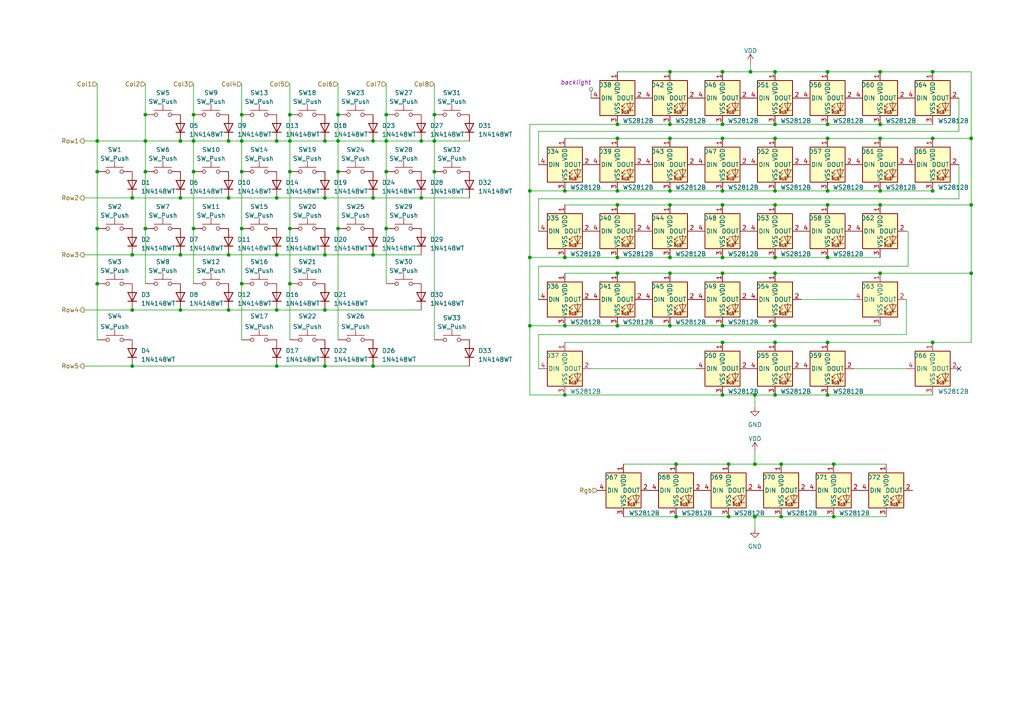
<source format=kicad_sch>
(kicad_sch (version 20230121) (generator eeschema)
  (paper "A4")
  (lib_symbols
    (symbol "Diode:1N4148WT" (pin_numbers hide) (pin_names hide)
      (property "Reference" "D" (at 0 2.54 0))
      (property "Value" "1N4148WT" (at 0 -2.54 0))
      (symbol "1N4148WT_1_1"
        (pin passive line (at -3.81 0 0) (length 2.54) (name "K") (number "1"))
        (pin passive line (at 3.81 0 180) (length 2.54) (name "A") (number "2"))
      )
    )
    (symbol "GND_1" (power) (pin_numbers hide) (pin_names (offset 0) hide)
      (property "Value" "GND_1" (at 0 -3.81 0))
      (symbol "GND_1_1_1"
        (pin power_in line (at 0 0 270) (length 0) hide (name "GND") (number "1"))
      )
    )
    (symbol "LED:WS2812B" (pin_names (offset 0.254))
      (property "Reference" "D" (at 5.08 5.715 0))
      (property "Value" "WS2812B" (at 1.27 -5.715 0))
      (symbol "WS2812B_0_0"
        (text "RGB" (at 2.286 -4.191 0) (effects (font (size 0.762 0.762))))
      )
      (symbol "WS2812B_1_1"
        (pin power_in line (at 0 7.62 270) (length 2.54) (name "VDD") (number "1"))
        (pin output line (at 7.62 0 180) (length 2.54) (name "DOUT") (number "2"))
        (pin power_in line (at 0 -7.62 90) (length 2.54) (name "VSS") (number "3"))
        (pin input line (at -7.62 0 0) (length 2.54) (name "DIN") (number "4"))
      )
    )
    (symbol "Switch:SW_Push" (pin_numbers hide) (pin_names (offset 1.016) hide)
      (property "Reference" "SW" (at 1.27 2.54 0))
      (property "Value" "SW_Push" (at 0 -1.524 0))
      (symbol "SW_Push_0_1"
        (pin passive line (at -5.08 0 0) (length 2.54) (name "1") (number "1"))
        (pin passive line (at 5.08 0 180) (length 2.54) (name "2") (number "2"))
      )
    )
    (symbol "VDD_1" (power) (pin_numbers hide) (pin_names (offset 0) hide)
      (property "Value" "VDD_1" (at 0 3.81 0))
      (symbol "VDD_1_1_1"
        (pin power_in line (at 0 0 90) (length 0) hide (name "VDD") (number "1"))
      )
    )
    (symbol "power:GND" (power) (pin_numbers hide) (pin_names (offset 0) hide)
      (property "Value" "GND" (at 0 -3.81 0))
      (symbol "GND_1_1"
        (pin power_in line (at 0 0 270) (length 0) hide (name "GND") (number "1"))
      )
    )
    (symbol "power:VDD" (power) (pin_numbers hide) (pin_names (offset 0) hide)
      (property "Value" "VDD" (at 0 3.81 0))
      (symbol "VDD_1_1"
        (pin power_in line (at 0 0 90) (length 0) hide (name "VDD") (number "1"))
      )
    )
  )
  (junction (at 194.31 59.436))
  (junction (at 209.55 55.372))
  (junction (at 38.354 89.916))
  (junction (at 42.164 33.274))
  (junction (at 217.678 20.828))
  (junction (at 153.67 55.372))
  (junction (at 70.104 33.274))
  (junction (at 84.074 66.294))
  (junction (at 209.55 94.488))
  (junction (at 255.27 79.248))
  (junction (at 108.204 73.914))
  (junction (at 196.088 134.62))
  (junction (at 194.31 79.248))
  (junction (at 163.83 55.372))
  (junction (at 153.67 74.676))
  (junction (at 218.948 149.86))
  (junction (at 224.79 40.132))
  (junction (at 80.264 57.404))
  (junction (at 42.164 66.294))
  (junction (at 56.134 40.894))
  (junction (at 241.808 134.62))
  (junction (at 209.55 20.828))
  (junction (at 56.134 49.784))
  (junction (at 94.234 40.894))
  (junction (at 163.83 114.554))
  (junction (at 42.164 49.784))
  (junction (at 66.294 57.404))
  (junction (at 125.984 33.274))
  (junction (at 108.204 40.894))
  (junction (at 224.79 36.068))
  (junction (at 255.27 36.068))
  (junction (at 194.31 40.132))
  (junction (at 28.194 82.296))
  (junction (at 163.83 94.488))
  (junction (at 84.074 49.784))
  (junction (at 194.31 74.676))
  (junction (at 42.164 40.894))
  (junction (at 70.104 49.784))
  (junction (at 179.07 59.436))
  (junction (at 70.104 66.294))
  (junction (at 98.044 40.894))
  (junction (at 94.234 106.172))
  (junction (at 84.074 40.894))
  (junction (at 194.31 20.828))
  (junction (at 122.174 57.404))
  (junction (at 179.07 55.372))
  (junction (at 66.294 89.916))
  (junction (at 56.134 33.274))
  (junction (at 125.984 40.894))
  (junction (at 211.328 134.62))
  (junction (at 226.568 149.86))
  (junction (at 240.03 36.068))
  (junction (at 224.79 74.676))
  (junction (at 240.03 59.436))
  (junction (at 70.104 40.894))
  (junction (at 108.204 57.404))
  (junction (at 224.79 114.554))
  (junction (at 281.686 40.132))
  (junction (at 240.03 20.828))
  (junction (at 224.79 59.436))
  (junction (at 56.134 66.294))
  (junction (at 80.264 106.172))
  (junction (at 112.014 66.294))
  (junction (at 179.07 79.248))
  (junction (at 28.194 40.894))
  (junction (at 255.27 59.436))
  (junction (at 226.568 134.62))
  (junction (at 38.354 57.404))
  (junction (at 270.51 20.828))
  (junction (at 153.67 94.488))
  (junction (at 194.31 94.488))
  (junction (at 80.264 89.916))
  (junction (at 224.79 94.488))
  (junction (at 112.014 33.274))
  (junction (at 179.07 74.676))
  (junction (at 52.324 73.914))
  (junction (at 70.104 82.296))
  (junction (at 240.03 74.676))
  (junction (at 194.31 55.372))
  (junction (at 179.07 40.132))
  (junction (at 240.03 55.372))
  (junction (at 194.31 36.068))
  (junction (at 209.55 99.314))
  (junction (at 98.044 49.784))
  (junction (at 80.264 40.894))
  (junction (at 281.686 59.436))
  (junction (at 240.03 99.314))
  (junction (at 209.55 36.068))
  (junction (at 270.51 99.314))
  (junction (at 84.074 33.274))
  (junction (at 270.51 55.372))
  (junction (at 28.194 66.294))
  (junction (at 108.204 106.172))
  (junction (at 66.294 73.914))
  (junction (at 218.948 114.554))
  (junction (at 52.324 57.404))
  (junction (at 224.79 79.248))
  (junction (at 179.07 94.488))
  (junction (at 211.328 149.86))
  (junction (at 94.234 73.914))
  (junction (at 94.234 57.404))
  (junction (at 38.354 73.914))
  (junction (at 224.79 55.372))
  (junction (at 218.948 134.62))
  (junction (at 224.79 99.314))
  (junction (at 80.264 73.914))
  (junction (at 66.294 40.894))
  (junction (at 163.83 74.676))
  (junction (at 209.55 79.248))
  (junction (at 98.044 33.274))
  (junction (at 112.014 40.894))
  (junction (at 38.354 106.172))
  (junction (at 281.686 79.248))
  (junction (at 255.27 55.372))
  (junction (at 255.27 40.132))
  (junction (at 240.03 40.132))
  (junction (at 196.088 149.86))
  (junction (at 28.194 49.784))
  (junction (at 112.014 49.784))
  (junction (at 224.79 20.828))
  (junction (at 125.984 49.784))
  (junction (at 84.074 82.296))
  (junction (at 52.324 40.894))
  (junction (at 209.55 114.554))
  (junction (at 94.234 89.916))
  (junction (at 240.03 114.554))
  (junction (at 98.044 66.294))
  (junction (at 209.55 74.676))
  (junction (at 179.07 36.068))
  (junction (at 209.55 59.436))
  (junction (at 122.174 40.894))
  (junction (at 52.324 89.916))
  (junction (at 241.808 149.86))
  (junction (at 270.51 40.132))
  (junction (at 255.27 20.828))
  (junction (at 209.55 40.132))
  (no_connect (at 278.13 106.934))
  (wire (pts (xy 84.074 82.296) (xy 84.074 98.552)))
  (wire (pts (xy 98.044 49.784) (xy 98.044 66.294)))
  (wire (pts (xy 38.354 57.404) (xy 52.324 57.404)))
  (wire (pts (xy 80.264 73.914) (xy 94.234 73.914)))
  (wire (pts (xy 218.948 149.86) (xy 218.948 153.416)))
  (wire (pts (xy 196.088 149.86) (xy 211.328 149.86)))
  (wire (pts (xy 153.67 36.068) (xy 153.67 55.372)))
  (wire (pts (xy 263.398 77.216) (xy 156.21 77.216)))
  (wire (pts (xy 153.67 94.488) (xy 153.67 114.554)))
  (wire (pts (xy 163.83 40.132) (xy 179.07 40.132)))
  (wire (pts (xy 28.194 40.894) (xy 42.164 40.894)))
  (wire (pts (xy 255.27 40.132) (xy 270.51 40.132)))
  (wire (pts (xy 278.13 38.1) (xy 156.21 38.1)))
  (wire (pts (xy 209.55 55.372) (xy 224.79 55.372)))
  (wire (pts (xy 28.194 66.294) (xy 28.194 82.296)))
  (wire (pts (xy 156.21 57.658) (xy 156.21 67.056)))
  (wire (pts (xy 179.07 55.372) (xy 194.31 55.372)))
  (wire (pts (xy 240.03 59.436) (xy 255.27 59.436)))
  (wire (pts (xy 281.686 20.828) (xy 281.686 40.132)))
  (wire (pts (xy 42.164 40.894) (xy 52.324 40.894)))
  (wire (pts (xy 163.83 94.488) (xy 179.07 94.488)))
  (wire (pts (xy 171.45 106.934) (xy 201.93 106.934)))
  (wire (pts (xy 56.134 49.784) (xy 56.134 66.294)))
  (wire (pts (xy 224.79 59.436) (xy 240.03 59.436)))
  (wire (pts (xy 66.294 73.914) (xy 80.264 73.914)))
  (wire (pts (xy 108.204 106.172) (xy 136.144 106.172)))
  (wire (pts (xy 180.848 134.62) (xy 196.088 134.62)))
  (wire (pts (xy 70.104 82.296) (xy 70.104 98.552)))
  (wire (pts (xy 262.89 97.028) (xy 156.21 97.028)))
  (wire (pts (xy 270.51 55.372) (xy 270.764 55.372)))
  (wire (pts (xy 240.03 40.132) (xy 255.27 40.132)))
  (wire (pts (xy 270.51 20.828) (xy 281.686 20.828)))
  (wire (pts (xy 209.55 79.248) (xy 224.79 79.248)))
  (wire (pts (xy 125.984 33.274) (xy 125.984 40.894)))
  (wire (pts (xy 153.67 55.372) (xy 153.67 74.676)))
  (wire (pts (xy 122.174 40.894) (xy 125.984 40.894)))
  (wire (pts (xy 179.07 36.068) (xy 194.31 36.068)))
  (wire (pts (xy 24.384 106.172) (xy 38.354 106.172)))
  (wire (pts (xy 153.67 74.676) (xy 153.67 94.488)))
  (wire (pts (xy 278.13 47.752) (xy 278.13 57.658)))
  (wire (pts (xy 196.088 134.62) (xy 211.328 134.62)))
  (wire (pts (xy 209.55 114.554) (xy 218.948 114.554)))
  (wire (pts (xy 209.55 40.132) (xy 224.79 40.132)))
  (wire (pts (xy 194.31 79.248) (xy 209.55 79.248)))
  (wire (pts (xy 125.984 40.894) (xy 125.984 49.784)))
  (wire (pts (xy 179.07 94.488) (xy 194.31 94.488)))
  (wire (pts (xy 98.044 24.384) (xy 98.044 33.274)))
  (wire (pts (xy 217.678 20.828) (xy 224.79 20.828)))
  (wire (pts (xy 217.678 18.288) (xy 217.678 20.828)))
  (wire (pts (xy 179.07 20.828) (xy 194.31 20.828)))
  (wire (pts (xy 156.21 77.216) (xy 156.21 86.868)))
  (wire (pts (xy 281.686 40.132) (xy 281.686 59.436)))
  (wire (pts (xy 255.27 59.436) (xy 281.686 59.436)))
  (wire (pts (xy 98.044 40.894) (xy 98.044 49.784)))
  (wire (pts (xy 224.79 40.132) (xy 240.03 40.132)))
  (wire (pts (xy 224.79 99.314) (xy 240.03 99.314)))
  (wire (pts (xy 163.83 55.372) (xy 179.07 55.372)))
  (wire (pts (xy 163.83 79.248) (xy 179.07 79.248)))
  (wire (pts (xy 209.55 20.828) (xy 217.678 20.828)))
  (wire (pts (xy 218.948 134.62) (xy 226.568 134.62)))
  (wire (pts (xy 66.294 57.404) (xy 80.264 57.404)))
  (wire (pts (xy 94.234 57.404) (xy 108.204 57.404)))
  (wire (pts (xy 194.31 40.132) (xy 209.55 40.132)))
  (wire (pts (xy 281.686 59.436) (xy 281.686 79.248)))
  (wire (pts (xy 255.27 20.828) (xy 270.51 20.828)))
  (wire (pts (xy 38.354 89.916) (xy 52.324 89.916)))
  (wire (pts (xy 241.808 134.62) (xy 257.048 134.62)))
  (wire (pts (xy 240.03 55.372) (xy 255.27 55.372)))
  (wire (pts (xy 70.104 24.384) (xy 70.104 33.274)))
  (wire (pts (xy 209.55 36.068) (xy 224.79 36.068)))
  (wire (pts (xy 94.234 40.894) (xy 98.044 40.894)))
  (wire (pts (xy 194.31 20.828) (xy 209.55 20.828)))
  (wire (pts (xy 281.686 79.248) (xy 281.686 99.314)))
  (wire (pts (xy 28.194 82.296) (xy 28.194 98.552)))
  (wire (pts (xy 84.074 40.894) (xy 94.234 40.894)))
  (wire (pts (xy 262.89 86.868) (xy 262.89 97.028)))
  (wire (pts (xy 218.948 149.86) (xy 226.568 149.86)))
  (wire (pts (xy 179.07 40.132) (xy 194.31 40.132)))
  (wire (pts (xy 211.328 134.62) (xy 218.948 134.62)))
  (wire (pts (xy 42.164 49.784) (xy 42.164 66.294)))
  (wire (pts (xy 56.134 66.294) (xy 56.134 82.296)))
  (wire (pts (xy 209.55 59.436) (xy 224.79 59.436)))
  (wire (pts (xy 80.264 57.404) (xy 94.234 57.404)))
  (wire (pts (xy 28.194 40.894) (xy 28.194 49.784)))
  (wire (pts (xy 112.014 24.384) (xy 112.014 33.274)))
  (wire (pts (xy 224.79 20.828) (xy 240.03 20.828)))
  (wire (pts (xy 224.79 36.068) (xy 240.03 36.068)))
  (wire (pts (xy 70.104 49.784) (xy 70.104 66.294)))
  (wire (pts (xy 42.164 66.294) (xy 42.164 82.296)))
  (wire (pts (xy 209.55 94.488) (xy 224.79 94.488)))
  (wire (pts (xy 98.044 40.894) (xy 108.204 40.894)))
  (wire (pts (xy 247.65 106.934) (xy 262.89 106.934)))
  (wire (pts (xy 179.07 74.676) (xy 194.31 74.676)))
  (wire (pts (xy 98.044 33.274) (xy 98.044 40.894)))
  (wire (pts (xy 156.21 97.028) (xy 156.21 106.934)))
  (wire (pts (xy 240.03 114.554) (xy 270.51 114.554)))
  (wire (pts (xy 278.13 28.448) (xy 278.13 38.1)))
  (wire (pts (xy 24.384 73.914) (xy 38.354 73.914)))
  (wire (pts (xy 211.328 149.86) (xy 218.948 149.86)))
  (wire (pts (xy 52.324 89.916) (xy 66.294 89.916)))
  (wire (pts (xy 94.234 106.172) (xy 108.204 106.172)))
  (wire (pts (xy 24.384 89.916) (xy 38.354 89.916)))
  (wire (pts (xy 42.164 33.274) (xy 42.164 40.894)))
  (wire (pts (xy 24.384 57.404) (xy 38.354 57.404)))
  (wire (pts (xy 240.03 99.314) (xy 270.51 99.314)))
  (wire (pts (xy 194.31 55.372) (xy 209.55 55.372)))
  (wire (pts (xy 84.074 66.294) (xy 84.074 82.296)))
  (wire (pts (xy 108.204 73.914) (xy 122.174 73.914)))
  (wire (pts (xy 42.164 40.894) (xy 42.164 49.784)))
  (wire (pts (xy 94.234 73.914) (xy 108.204 73.914)))
  (wire (pts (xy 163.83 55.372) (xy 153.67 55.372)))
  (wire (pts (xy 56.134 24.384) (xy 56.134 33.274)))
  (wire (pts (xy 224.79 74.676) (xy 240.03 74.676)))
  (wire (pts (xy 194.31 36.068) (xy 209.55 36.068)))
  (wire (pts (xy 70.104 66.294) (xy 70.104 82.296)))
  (wire (pts (xy 153.67 74.676) (xy 163.83 74.676)))
  (wire (pts (xy 80.264 40.894) (xy 84.074 40.894)))
  (wire (pts (xy 84.074 40.894) (xy 84.074 49.784)))
  (wire (pts (xy 255.27 55.372) (xy 270.51 55.372)))
  (wire (pts (xy 125.984 24.384) (xy 125.984 33.274)))
  (wire (pts (xy 179.07 79.248) (xy 194.31 79.248)))
  (wire (pts (xy 125.984 49.784) (xy 125.984 98.552)))
  (wire (pts (xy 163.83 114.554) (xy 209.55 114.554)))
  (wire (pts (xy 153.67 114.554) (xy 163.83 114.554)))
  (wire (pts (xy 70.104 40.894) (xy 70.104 49.784)))
  (wire (pts (xy 180.848 149.86) (xy 196.088 149.86)))
  (wire (pts (xy 112.014 40.894) (xy 122.174 40.894)))
  (wire (pts (xy 240.03 74.676) (xy 255.27 74.676)))
  (wire (pts (xy 28.194 49.784) (xy 28.194 66.294)))
  (wire (pts (xy 255.27 36.068) (xy 270.51 36.068)))
  (wire (pts (xy 56.134 40.894) (xy 66.294 40.894)))
  (wire (pts (xy 218.948 114.554) (xy 218.948 118.11)))
  (wire (pts (xy 70.104 33.274) (xy 70.104 40.894)))
  (wire (pts (xy 66.294 40.894) (xy 70.104 40.894)))
  (wire (pts (xy 240.03 20.828) (xy 255.27 20.828)))
  (wire (pts (xy 112.014 40.894) (xy 112.014 49.784)))
  (wire (pts (xy 156.21 38.1) (xy 156.21 47.752)))
  (wire (pts (xy 52.324 57.404) (xy 66.294 57.404)))
  (wire (pts (xy 84.074 33.274) (xy 84.074 40.894)))
  (wire (pts (xy 38.354 73.914) (xy 52.324 73.914)))
  (wire (pts (xy 56.134 40.894) (xy 56.134 49.784)))
  (wire (pts (xy 194.31 94.488) (xy 209.55 94.488)))
  (wire (pts (xy 224.79 79.248) (xy 255.27 79.248)))
  (wire (pts (xy 194.31 74.676) (xy 209.55 74.676)))
  (wire (pts (xy 241.808 149.86) (xy 257.048 149.86)))
  (wire (pts (xy 98.044 66.294) (xy 98.044 98.552)))
  (wire (pts (xy 112.014 33.274) (xy 112.014 40.894)))
  (wire (pts (xy 56.134 33.274) (xy 56.134 40.894)))
  (wire (pts (xy 218.948 130.81) (xy 218.948 134.62)))
  (wire (pts (xy 28.194 24.384) (xy 28.194 40.894)))
  (wire (pts (xy 224.79 114.554) (xy 240.03 114.554)))
  (wire (pts (xy 281.686 99.314) (xy 270.51 99.314)))
  (wire (pts (xy 70.104 40.894) (xy 80.264 40.894)))
  (wire (pts (xy 262.89 67.056) (xy 263.144 67.056)))
  (wire (pts (xy 80.264 89.916) (xy 94.234 89.916)))
  (wire (pts (xy 42.164 24.384) (xy 42.164 33.274)))
  (wire (pts (xy 52.324 40.894) (xy 56.134 40.894)))
  (wire (pts (xy 232.41 86.868) (xy 247.65 86.868)))
  (wire (pts (xy 255.27 79.248) (xy 281.686 79.248)))
  (wire (pts (xy 52.324 73.914) (xy 66.294 73.914)))
  (wire (pts (xy 153.67 94.488) (xy 163.83 94.488)))
  (wire (pts (xy 270.51 40.132) (xy 281.686 40.132)))
  (wire (pts (xy 194.31 59.436) (xy 209.55 59.436)))
  (wire (pts (xy 122.174 57.404) (xy 136.144 57.404)))
  (wire (pts (xy 224.79 94.488) (xy 255.27 94.488)))
  (wire (pts (xy 94.234 89.916) (xy 122.174 89.916)))
  (wire (pts (xy 209.55 99.314) (xy 224.79 99.314)))
  (wire (pts (xy 278.13 57.658) (xy 156.21 57.658)))
  (wire (pts (xy 226.568 134.62) (xy 241.808 134.62)))
  (wire (pts (xy 163.83 74.676) (xy 179.07 74.676)))
  (wire (pts (xy 224.79 55.372) (xy 240.03 55.372)))
  (wire (pts (xy 84.074 24.384) (xy 84.074 33.274)))
  (wire (pts (xy 163.83 59.436) (xy 179.07 59.436)))
  (wire (pts (xy 24.384 40.894) (xy 28.194 40.894)))
  (wire (pts (xy 108.204 57.404) (xy 122.174 57.404)))
  (wire (pts (xy 240.03 36.068) (xy 255.27 36.068)))
  (wire (pts (xy 263.398 67.056) (xy 263.398 77.216)))
  (wire (pts (xy 163.83 99.314) (xy 209.55 99.314)))
  (wire (pts (xy 209.55 74.676) (xy 224.79 74.676)))
  (wire (pts (xy 112.014 66.294) (xy 112.014 82.296)))
  (wire (pts (xy 80.264 106.172) (xy 94.234 106.172)))
  (wire (pts (xy 84.074 49.784) (xy 84.074 66.294)))
  (wire (pts (xy 179.07 59.436) (xy 194.31 59.436)))
  (wire (pts (xy 38.354 106.172) (xy 80.264 106.172)))
  (wire (pts (xy 125.984 40.894) (xy 136.144 40.894)))
  (wire (pts (xy 226.568 149.86) (xy 241.808 149.86)))
  (wire (pts (xy 112.014 49.784) (xy 112.014 66.294)))
  (wire (pts (xy 179.07 36.068) (xy 153.67 36.068)))
  (wire (pts (xy 66.294 89.916) (xy 80.264 89.916)))
  (wire (pts (xy 218.948 114.554) (xy 224.79 114.554)))
  (wire (pts (xy 108.204 40.894) (xy 112.014 40.894)))
  (hierarchical_label "Row2" (shape output) (at 24.384 57.404 180))
  (hierarchical_label "Col1" (shape input) (at 28.194 24.384 180))
  (hierarchical_label "Row4" (shape output) (at 24.384 89.916 180))
  (hierarchical_label "Col7" (shape input) (at 112.014 24.384 180))
  (hierarchical_label "Row1" (shape output) (at 24.384 40.894 180))
  (hierarchical_label "Col3" (shape input) (at 56.134 24.384 180))
  (hierarchical_label "Col8" (shape input) (at 125.984 24.384 180))
  (hierarchical_label "Row5" (shape output) (at 24.384 106.172 180))
  (hierarchical_label "Row3" (shape output) (at 24.384 73.914 180))
  (hierarchical_label "Col5" (shape input) (at 84.074 24.384 180))
  (hierarchical_label "Rgb" (shape input) (at 173.228 142.24 180))
  (hierarchical_label "Col4" (shape input) (at 70.104 24.384 180))
  (hierarchical_label "Col2" (shape input) (at 42.164 24.384 180))
  (hierarchical_label "Col6" (shape input) (at 98.044 24.384 180))
  (netclass_flag "" (length 2.54) (shape round) (at 171.45 28.448 0) (property "Netclass" "backlight" (at 171.45 23.876 0) (effects (font italic) (justify right))))
  (symbol (lib_id "Switch:SW_Push") (at 33.274 98.552 0) (unit 1)
    (property "Reference" "SW4" (at 33.274 91.694 0))
    (property "Value" "SW_Push" (at 33.274 94.742 0))
    (instances (project "hazzel_right" (path "" (reference "SW4") (unit 1)) (path "" (reference "SW29") (unit 1))) (project "hazzel_left" (path "" (reference "SW33") (unit 1))))
  )
  (symbol (lib_id "Switch:SW_Push") (at 47.244 49.784 0) (unit 1)
    (property "Reference" "SW6" (at 47.244 43.434 0))
    (property "Value" "SW_Push" (at 47.244 45.974 0))
    (instances (project "hazzel_right" (path "" (reference "SW6") (unit 1)) (path "" (reference "SW9") (unit 1))) (project "hazzel_left" (path "" (reference "SW10") (unit 1))))
  )
  (symbol (lib_id "Diode:1N4148WT") (at 66.294 53.594 90) (unit 1)
    (property "Reference" "D10" (at 68.834 52.959 90) (effects (justify right)))
    (property "Value" "1N4148WT" (at 68.834 55.499 90) (effects (justify right)))
    (property "Footprint" "Diode_SMD:D_SOD-523" (effects hide))
    (property "Datasheet" "https://www.diodes.com/assets/Datasheets/ds30396.pdf" (effects hide))
    (property "Sim.Device" "D" (effects hide))
    (property "Sim.Pins" "1=K 2=A" (effects hide))
    (instances (project "hazzel_right" (path "" (reference "D10") (unit 1)) (path "" (reference "D25") (unit 1))) (project "hazzel_left" (path "" (reference "D11") (unit 1))))
  )
  (symbol (lib_id "Switch:SW_Push") (at 89.154 33.274 0) (unit 1)
    (property "Reference" "SW18" (at 89.154 26.924 0))
    (property "Value" "SW_Push" (at 89.154 29.464 0))
    (instances (project "hazzel_right" (path "" (reference "SW18") (unit 1)) (path "" (reference "SW4") (unit 1))) (project "hazzel_left" (path "" (reference "SW5") (unit 1))))
  )
  (symbol (lib_id "Switch:SW_Push") (at 117.094 49.784 0) (unit 1)
    (property "Reference" "SW28" (at 117.094 43.434 0))
    (property "Value" "SW_Push" (at 117.094 45.974 0))
    (instances (project "hazzel_right" (path "" (reference "SW28") (unit 1)) (path "" (reference "SW14") (unit 1))) (project "hazzel_left" (path "" (reference "SW15") (unit 1))))
  )
  (symbol (lib_id "Diode:1N4148WT") (at 80.264 53.594 90) (unit 1)
    (property "Reference" "D14" (at 82.804 52.959 90) (effects (justify right)))
    (property "Value" "1N4148WT" (at 82.804 55.499 90) (effects (justify right)))
    (property "Footprint" "Diode_SMD:D_SOD-523" (effects hide))
    (property "Datasheet" "https://www.diodes.com/assets/Datasheets/ds30396.pdf" (effects hide))
    (property "Sim.Device" "D" (effects hide))
    (property "Sim.Pins" "1=K 2=A" (effects hide))
    (instances (project "hazzel_right" (path "" (reference "D14") (unit 1)) (path "" (reference "D26") (unit 1))) (project "hazzel_left" (path "" (reference "D12") (unit 1))))
  )
  (symbol (lib_id "Diode:1N4148WT") (at 136.144 37.084 90) (unit 1)
    (property "Reference" "D31" (at 138.684 36.449 90) (effects (justify right)))
    (property "Value" "1N4148WT" (at 138.684 38.989 90) (effects (justify right)))
    (property "Footprint" "Diode_SMD:D_SOD-523" (effects hide))
    (property "Datasheet" "https://www.diodes.com/assets/Datasheets/ds30396.pdf" (effects hide))
    (property "Sim.Device" "D" (effects hide))
    (property "Sim.Pins" "1=K 2=A" (effects hide))
    (instances (project "hazzel_right" (path "" (reference "D31") (unit 1)) (path "" (reference "D14") (unit 1))) (project "hazzel_left" (path "" (reference "D8") (unit 1))))
  )
  (symbol (lib_id "Switch:SW_Push") (at 61.214 82.296 0) (unit 1)
    (property "Reference" "SW12" (at 61.214 75.946 0))
    (property "Value" "SW_Push" (at 61.214 78.486 0))
    (instances (project "hazzel_right" (path "" (reference "SW12") (unit 1)) (path "" (reference "SW25") (unit 1))) (project "hazzel_left" (path "" (reference "SW27") (unit 1))))
  )
  (symbol (lib_id "LED:WS2812B") (at 194.31 28.448 0) (unit 1)
    (property "Reference" "D42" (at 190.754 24.638 0))
    (property "Value" "WS2812B" (at 195.834 35.052 0) (effects (justify left)))
    (property "Footprint" "LED_SMD:LED_WS2812B_PLCC4_5.0x5.0mm_P3.2mm" (effects hide))
    (property "Datasheet" "https://cdn-shop.adafruit.com/datasheets/WS2812B.pdf" (effects hide))
    (instances (project "hazzel_right" (path "" (reference "D42") (unit 1)) (path "" (reference "D2") (unit 1))) (project "hazzel_left" (path "" (reference "D3") (unit 1))))
  )
  (symbol (lib_name "GND_1") (lib_id "power:GND") (at 218.948 118.11 0) (unit 1)
    (property "Reference" "#PWR01" (effects hide))
    (property "Value" "GND" (at 218.948 123.19 0))
    (instances (project "hazzel_right" (path "" (reference "#PWR01") (unit 1)) (path "" (reference "#PWR02") (unit 1))) (project "hazzel_left" (path "" (reference "#PWR01") (unit 1))))
  )
  (symbol (lib_id "LED:WS2812B") (at 224.79 47.752 0) (unit 1)
    (property "Reference" "D52" (at 221.234 43.942 0))
    (property "Value" "WS2812B" (at 226.314 54.356 0) (effects (justify left)))
    (property "Footprint" "LED_SMD:LED_WS2812B_PLCC4_5.0x5.0mm_P3.2mm" (effects hide))
    (property "Datasheet" "https://cdn-shop.adafruit.com/datasheets/WS2812B.pdf" (effects hide))
    (instances (project "hazzel_right" (path "" (reference "D52") (unit 1)) (path "" (reference "D19") (unit 1))) (project "hazzel_left" (path "" (reference "D35") (unit 1))))
  )
  (symbol (lib_id "Diode:1N4148WT") (at 38.354 102.362 90) (unit 1)
    (property "Reference" "D4" (at 40.894 101.727 90) (effects (justify right)))
    (property "Value" "1N4148WT" (at 40.894 104.267 90) (effects (justify right)))
    (property "Footprint" "Diode_SMD:D_SOD-523" (effects hide))
    (property "Datasheet" "https://www.diodes.com/assets/Datasheets/ds30396.pdf" (effects hide))
    (property "Sim.Device" "D" (effects hide))
    (property "Sim.Pins" "1=K 2=A" (effects hide))
    (instances (project "hazzel_right" (path "" (reference "D4") (unit 1)) (path "" (reference "D57") (unit 1))) (project "hazzel_left" (path "" (reference "D33") (unit 1))))
  )
  (symbol (lib_id "LED:WS2812B") (at 209.55 47.752 0) (unit 1)
    (property "Reference" "D47" (at 205.994 43.942 0))
    (property "Value" "WS2812B" (at 211.074 54.356 0) (effects (justify left)))
    (property "Footprint" "LED_SMD:LED_WS2812B_PLCC4_5.0x5.0mm_P3.2mm" (effects hide))
    (property "Datasheet" "https://cdn-shop.adafruit.com/datasheets/WS2812B.pdf" (effects hide))
    (instances (project "hazzel_right" (path "" (reference "D47") (unit 1)) (path "" (reference "D18") (unit 1))) (project "hazzel_left" (path "" (reference "D34") (unit 1))))
  )
  (symbol (lib_id "LED:WS2812B") (at 179.07 47.752 0) (unit 1)
    (property "Reference" "D39" (at 175.514 43.942 0))
    (property "Value" "WS2812B" (at 180.594 54.356 0) (effects (justify left)))
    (property "Footprint" "LED_SMD:LED_WS2812B_PLCC4_5.0x5.0mm_P3.2mm" (effects hide))
    (property "Datasheet" "https://cdn-shop.adafruit.com/datasheets/WS2812B.pdf" (effects hide))
    (instances (project "hazzel_right" (path "" (reference "D39") (unit 1)) (path "" (reference "D16") (unit 1))) (project "hazzel_left" (path "" (reference "D30") (unit 1))))
  )
  (symbol (lib_id "LED:WS2812B") (at 255.27 28.448 0) (unit 1)
    (property "Reference" "D60" (at 251.714 24.638 0))
    (property "Value" "WS2812B" (at 256.794 35.052 0) (effects (justify left)))
    (property "Footprint" "LED_SMD:LED_WS2812B_PLCC4_5.0x5.0mm_P3.2mm" (effects hide))
    (property "Datasheet" "https://cdn-shop.adafruit.com/datasheets/WS2812B.pdf" (effects hide))
    (instances (project "hazzel_right" (path "" (reference "D60") (unit 1)) (path "" (reference "D6") (unit 1))) (project "hazzel_left" (path "" (reference "D7") (unit 1))))
  )
  (symbol (lib_id "LED:WS2812B") (at 255.27 47.752 0) (unit 1)
    (property "Reference" "D61" (at 251.714 43.942 0))
    (property "Value" "WS2812B" (at 256.794 54.356 0) (effects (justify left)))
    (property "Footprint" "LED_SMD:LED_WS2812B_PLCC4_5.0x5.0mm_P3.2mm" (effects hide))
    (property "Datasheet" "https://cdn-shop.adafruit.com/datasheets/WS2812B.pdf" (effects hide))
    (instances (project "hazzel_right" (path "" (reference "D61") (unit 1)) (path "" (reference "D21") (unit 1))) (project "hazzel_left" (path "" (reference "D41") (unit 1))))
  )
  (symbol (lib_id "Switch:SW_Push") (at 131.064 33.274 0) (unit 1)
    (property "Reference" "SW31" (at 131.064 26.924 0))
    (property "Value" "SW_Push" (at 131.064 29.464 0))
    (instances (project "hazzel_right" (path "" (reference "SW31") (unit 1)) (path "" (reference "SW7") (unit 1))) (project "hazzel_left" (path "" (reference "SW8") (unit 1))))
  )
  (symbol (lib_id "Diode:1N4148WT") (at 38.354 70.104 90) (unit 1)
    (property "Reference" "D2" (at 40.894 69.469 90) (effects (justify right)))
    (property "Value" "1N4148WT" (at 40.894 72.009 90) (effects (justify right)))
    (property "Footprint" "Diode_SMD:D_SOD-523" (effects hide))
    (property "Datasheet" "https://www.diodes.com/assets/Datasheets/ds30396.pdf" (effects hide))
    (property "Sim.Device" "D" (effects hide))
    (property "Sim.Pins" "1=K 2=A" (effects hide))
    (instances (project "hazzel_right" (path "" (reference "D2") (unit 1)) (path "" (reference "D38") (unit 1))) (project "hazzel_left" (path "" (reference "D17") (unit 1))))
  )
  (symbol (lib_id "LED:WS2812B") (at 179.07 86.868 0) (unit 1)
    (property "Reference" "D41" (at 175.514 83.058 0))
    (property "Value" "WS2812B" (at 180.594 93.472 0) (effects (justify left)))
    (property "Footprint" "LED_SMD:LED_WS2812B_PLCC4_5.0x5.0mm_P3.2mm" (effects hide))
    (property "Datasheet" "https://cdn-shop.adafruit.com/datasheets/WS2812B.pdf" (effects hide))
    (instances (project "hazzel_right" (path "" (reference "D41") (unit 1)) (path "" (reference "D52") (unit 1))) (project "hazzel_left" (path "" (reference "D52") (unit 1))))
  )
  (symbol (lib_id "LED:WS2812B") (at 240.03 28.448 0) (unit 1)
    (property "Reference" "D56" (at 236.474 24.638 0))
    (property "Value" "WS2812B" (at 241.554 35.052 0) (effects (justify left)))
    (property "Footprint" "LED_SMD:LED_WS2812B_PLCC4_5.0x5.0mm_P3.2mm" (effects hide))
    (property "Datasheet" "https://cdn-shop.adafruit.com/datasheets/WS2812B.pdf" (effects hide))
    (instances (project "hazzel_right" (path "" (reference "D56") (unit 1)) (path "" (reference "D5") (unit 1))) (project "hazzel_left" (path "" (reference "D6") (unit 1))))
  )
  (symbol (lib_id "Diode:1N4148WT") (at 122.174 70.104 90) (unit 1)
    (property "Reference" "D29" (at 124.714 69.469 90) (effects (justify right)))
    (property "Value" "1N4148WT" (at 124.714 72.009 90) (effects (justify right)))
    (property "Footprint" "Diode_SMD:D_SOD-523" (effects hide))
    (property "Datasheet" "https://www.diodes.com/assets/Datasheets/ds30396.pdf" (effects hide))
    (property "Sim.Device" "D" (effects hide))
    (property "Sim.Pins" "1=K 2=A" (effects hide))
    (instances (project "hazzel_right" (path "" (reference "D29") (unit 1)) (path "" (reference "D44") (unit 1))) (project "hazzel_left" (path "" (reference "D23") (unit 1))))
  )
  (symbol (lib_id "LED:WS2812B") (at 240.03 67.056 0) (unit 1)
    (property "Reference" "D58" (at 236.474 63.246 0))
    (property "Value" "WS2812B" (at 241.554 73.66 0) (effects (justify left)))
    (property "Footprint" "LED_SMD:LED_WS2812B_PLCC4_5.0x5.0mm_P3.2mm" (effects hide))
    (property "Datasheet" "https://cdn-shop.adafruit.com/datasheets/WS2812B.pdf" (effects hide))
    (instances (project "hazzel_right" (path "" (reference "D58") (unit 1)) (path "" (reference "D36") (unit 1))) (project "hazzel_left" (path "" (reference "D48") (unit 1))))
  )
  (symbol (lib_id "Diode:1N4148WT") (at 108.204 37.084 90) (unit 1)
    (property "Reference" "D23" (at 110.744 36.449 90) (effects (justify right)))
    (property "Value" "1N4148WT" (at 110.744 38.989 90) (effects (justify right)))
    (property "Footprint" "Diode_SMD:D_SOD-523" (effects hide))
    (property "Datasheet" "https://www.diodes.com/assets/Datasheets/ds30396.pdf" (effects hide))
    (property "Sim.Device" "D" (effects hide))
    (property "Sim.Pins" "1=K 2=A" (effects hide))
    (instances (project "hazzel_right" (path "" (reference "D23") (unit 1)) (path "" (reference "D12") (unit 1))) (project "hazzel_left" (path "" (reference "D6") (unit 1))))
  )
  (symbol (lib_id "Diode:1N4148WT") (at 66.294 86.106 90) (unit 1)
    (property "Reference" "D12" (at 68.834 85.471 90) (effects (justify right)))
    (property "Value" "1N4148WT" (at 68.834 88.011 90) (effects (justify right)))
    (property "Footprint" "Diode_SMD:D_SOD-523" (effects hide))
    (property "Datasheet" "https://www.diodes.com/assets/Datasheets/ds30396.pdf" (effects hide))
    (property "Sim.Device" "D" (effects hide))
    (property "Sim.Pins" "1=K 2=A" (effects hide))
    (instances (project "hazzel_right" (path "" (reference "D12") (unit 1)) (path "" (reference "D47") (unit 1))) (project "hazzel_left" (path "" (reference "D27") (unit 1))))
  )
  (symbol (lib_id "LED:WS2812B") (at 179.07 28.448 0) (unit 1)
    (property "Reference" "D38" (at 175.514 24.638 0))
    (property "Value" "WS2812B" (at 180.594 35.052 0) (effects (justify left)))
    (property "Footprint" "LED_SMD:LED_WS2812B_PLCC4_5.0x5.0mm_P3.2mm" (effects hide))
    (property "Datasheet" "https://cdn-shop.adafruit.com/datasheets/WS2812B.pdf" (effects hide))
    (instances (project "hazzel_right" (path "" (reference "D38") (unit 1)) (path "" (reference "D1") (unit 1))) (project "hazzel_left" (path "" (reference "D2") (unit 1))))
  )
  (symbol (lib_id "LED:WS2812B") (at 196.088 142.24 0) (unit 1)
    (property "Reference" "D68" (at 192.532 138.43 0))
    (property "Value" "WS2812B" (at 197.612 148.844 0) (effects (justify left)))
    (property "Footprint" "LED_SMD:LED_WS2812B_PLCC4_5.0x5.0mm_P3.2mm" (effects hide))
    (property "Datasheet" "https://cdn-shop.adafruit.com/datasheets/WS2812B.pdf" (effects hide))
    (instances (project "hazzel_right" (path "" (reference "D68") (unit 1)) (path "" (reference "D68") (unit 1))) (project "hazzel_left" (path "" (reference "D30") (unit 1))))
  )
  (symbol (lib_id "Diode:1N4148WT") (at 80.264 70.104 90) (unit 1)
    (property "Reference" "D15" (at 82.804 69.469 90) (effects (justify right)))
    (property "Value" "1N4148WT" (at 82.804 72.009 90) (effects (justify right)))
    (property "Footprint" "Diode_SMD:D_SOD-523" (effects hide))
    (property "Datasheet" "https://www.diodes.com/assets/Datasheets/ds30396.pdf" (effects hide))
    (property "Sim.Device" "D" (effects hide))
    (property "Sim.Pins" "1=K 2=A" (effects hide))
    (instances (project "hazzel_right" (path "" (reference "D15") (unit 1)) (path "" (reference "D41") (unit 1))) (project "hazzel_left" (path "" (reference "D20") (unit 1))))
  )
  (symbol (lib_id "Switch:SW_Push") (at 47.244 82.296 0) (unit 1)
    (property "Reference" "SW8" (at 47.244 75.946 0))
    (property "Value" "SW_Push" (at 47.244 78.486 0))
    (instances (project "hazzel_right" (path "" (reference "SW8") (unit 1)) (path "" (reference "SW24") (unit 1))) (project "hazzel_left" (path "" (reference "SW26") (unit 1))))
  )
  (symbol (lib_id "Switch:SW_Push") (at 103.124 49.784 0) (unit 1)
    (property "Reference" "SW24" (at 103.124 43.434 0))
    (property "Value" "SW_Push" (at 103.124 45.974 0))
    (instances (project "hazzel_right" (path "" (reference "SW24") (unit 1)) (path "" (reference "SW13") (unit 1))) (project "hazzel_left" (path "" (reference "SW14") (unit 1))))
  )
  (symbol (lib_id "Switch:SW_Push") (at 103.124 33.274 0) (unit 1)
    (property "Reference" "SW23" (at 103.124 26.924 0))
    (property "Value" "SW_Push" (at 103.124 29.464 0))
    (instances (project "hazzel_right" (path "" (reference "SW23") (unit 1)) (path "" (reference "SW5") (unit 1))) (project "hazzel_left" (path "" (reference "SW6") (unit 1))))
  )
  (symbol (lib_id "Switch:SW_Push") (at 89.154 98.552 0) (unit 1)
    (property "Reference" "SW22" (at 89.154 91.694 0))
    (property "Value" "SW_Push" (at 89.154 94.742 0))
    (instances (project "hazzel_right" (path "" (reference "SW22") (unit 1)) (path "" (reference "SW31") (unit 1))) (project "hazzel_left" (path "" (reference "SW37") (unit 1))))
  )
  (symbol (lib_id "LED:WS2812B") (at 194.31 86.868 0) (unit 1)
    (property "Reference" "D45" (at 190.754 83.058 0))
    (property "Value" "WS2812B" (at 195.834 93.472 0) (effects (justify left)))
    (property "Footprint" "LED_SMD:LED_WS2812B_PLCC4_5.0x5.0mm_P3.2mm" (effects hide))
    (property "Datasheet" "https://cdn-shop.adafruit.com/datasheets/WS2812B.pdf" (effects hide))
    (instances (project "hazzel_right" (path "" (reference "D45") (unit 1)) (path "" (reference "D53") (unit 1))) (project "hazzel_left" (path "" (reference "D53") (unit 1))))
  )
  (symbol (lib_id "LED:WS2812B") (at 194.31 47.752 0) (unit 1)
    (property "Reference" "D43" (at 190.754 43.942 0))
    (property "Value" "WS2812B" (at 195.834 54.356 0) (effects (justify left)))
    (property "Footprint" "LED_SMD:LED_WS2812B_PLCC4_5.0x5.0mm_P3.2mm" (effects hide))
    (property "Datasheet" "https://cdn-shop.adafruit.com/datasheets/WS2812B.pdf" (effects hide))
    (instances (project "hazzel_right" (path "" (reference "D43") (unit 1)) (path "" (reference "D17") (unit 1))) (project "hazzel_left" (path "" (reference "D32") (unit 1))))
  )
  (symbol (lib_id "Diode:1N4148WT") (at 94.234 37.084 90) (unit 1)
    (property "Reference" "D18" (at 96.774 36.449 90) (effects (justify right)))
    (property "Value" "1N4148WT" (at 96.774 38.989 90) (effects (justify right)))
    (property "Footprint" "Diode_SMD:D_SOD-523" (effects hide))
    (property "Datasheet" "https://www.diodes.com/assets/Datasheets/ds30396.pdf" (effects hide))
    (property "Sim.Device" "D" (effects hide))
    (property "Sim.Pins" "1=K 2=A" (effects hide))
    (instances (project "hazzel_right" (path "" (reference "D18") (unit 1)) (path "" (reference "D11") (unit 1))) (project "hazzel_left" (path "" (reference "D5") (unit 1))))
  )
  (symbol (lib_id "LED:WS2812B") (at 270.51 106.934 0) (unit 1)
    (property "Reference" "D66" (at 266.954 103.124 0))
    (property "Value" "WS2812B" (at 272.034 113.538 0) (effects (justify left)))
    (property "Footprint" "LED_SMD:LED_WS2812B_PLCC4_5.0x5.0mm_P3.2mm" (effects hide))
    (property "Datasheet" "https://cdn-shop.adafruit.com/datasheets/WS2812B.pdf" (effects hide))
  )
  (symbol (lib_id "Diode:1N4148WT") (at 52.324 53.594 90) (unit 1)
    (property "Reference" "D6" (at 54.864 52.959 90) (effects (justify right)))
    (property "Value" "1N4148WT" (at 54.864 55.499 90) (effects (justify right)))
    (property "Footprint" "Diode_SMD:D_SOD-523" (effects hide))
    (property "Datasheet" "https://www.diodes.com/assets/Datasheets/ds30396.pdf" (effects hide))
    (property "Sim.Device" "D" (effects hide))
    (property "Sim.Pins" "1=K 2=A" (effects hide))
    (instances (project "hazzel_right" (path "" (reference "D6") (unit 1)) (path "" (reference "D24") (unit 1))) (project "hazzel_left" (path "" (reference "D10") (unit 1))))
  )
  (symbol (lib_id "LED:WS2812B") (at 240.03 106.934 0) (unit 1)
    (property "Reference" "D59" (at 236.474 103.124 0))
    (property "Value" "WS2812B" (at 241.554 113.538 0) (effects (justify left)))
    (property "Footprint" "LED_SMD:LED_WS2812B_PLCC4_5.0x5.0mm_P3.2mm" (effects hide))
    (property "Datasheet" "https://cdn-shop.adafruit.com/datasheets/WS2812B.pdf" (effects hide))
    (instances (project "hazzel_right" (path "" (reference "D59") (unit 1)) (path "" (reference "D65") (unit 1))) (project "hazzel_left" (path "" (reference "D64") (unit 1))))
  )
  (symbol (lib_id "LED:WS2812B") (at 209.55 106.934 0) (unit 1)
    (property "Reference" "D50" (at 205.994 103.124 0))
    (property "Value" "WS2812B" (at 211.074 113.538 0) (effects (justify left)))
    (property "Footprint" "LED_SMD:LED_WS2812B_PLCC4_5.0x5.0mm_P3.2mm" (effects hide))
    (property "Datasheet" "https://cdn-shop.adafruit.com/datasheets/WS2812B.pdf" (effects hide))
    (instances (project "hazzel_right" (path "" (reference "D50") (unit 1)) (path "" (reference "D63") (unit 1))) (project "hazzel_left" (path "" (reference "D62") (unit 1))))
  )
  (symbol (lib_id "Switch:SW_Push") (at 75.184 66.294 0) (unit 1)
    (property "Reference" "SW15" (at 75.184 59.944 0))
    (property "Value" "SW_Push" (at 75.184 62.484 0))
    (instances (project "hazzel_right" (path "" (reference "SW15") (unit 1)) (path "" (reference "SW19") (unit 1))) (project "hazzel_left" (path "" (reference "SW20") (unit 1))))
  )
  (symbol (lib_id "Diode:1N4148WT") (at 94.234 86.106 90) (unit 1)
    (property "Reference" "D21" (at 96.774 85.471 90) (effects (justify right)))
    (property "Value" "1N4148WT" (at 96.774 88.011 90) (effects (justify right)))
    (property "Footprint" "Diode_SMD:D_SOD-523" (effects hide))
    (property "Datasheet" "https://www.diodes.com/assets/Datasheets/ds30396.pdf" (effects hide))
    (property "Sim.Device" "D" (effects hide))
    (property "Sim.Pins" "1=K 2=A" (effects hide))
    (instances (project "hazzel_right" (path "" (reference "D21") (unit 1)) (path "" (reference "D49") (unit 1))) (project "hazzel_left" (path "" (reference "D29") (unit 1))))
  )
  (symbol (lib_id "LED:WS2812B") (at 163.83 67.056 0) (unit 1)
    (property "Reference" "D35" (at 160.274 63.246 0))
    (property "Value" "WS2812B" (at 165.354 73.66 0) (effects (justify left)))
    (property "Footprint" "LED_SMD:LED_WS2812B_PLCC4_5.0x5.0mm_P3.2mm" (effects hide))
    (property "Datasheet" "https://cdn-shop.adafruit.com/datasheets/WS2812B.pdf" (effects hide))
    (instances (project "hazzel_right" (path "" (reference "D35") (unit 1)) (path "" (reference "D31") (unit 1))) (project "hazzel_left" (path "" (reference "D43") (unit 1))))
  )
  (symbol (lib_id "Diode:1N4148WT") (at 66.294 70.104 90) (unit 1)
    (property "Reference" "D11" (at 68.834 69.469 90) (effects (justify right)))
    (property "Value" "1N4148WT" (at 68.834 72.009 90) (effects (justify right)))
    (property "Footprint" "Diode_SMD:D_SOD-523" (effects hide))
    (property "Datasheet" "https://www.diodes.com/assets/Datasheets/ds30396.pdf" (effects hide))
    (property "Sim.Device" "D" (effects hide))
    (property "Sim.Pins" "1=K 2=A" (effects hide))
    (instances (project "hazzel_right" (path "" (reference "D11") (unit 1)) (path "" (reference "D40") (unit 1))) (project "hazzel_left" (path "" (reference "D19") (unit 1))))
  )
  (symbol (lib_id "Switch:SW_Push") (at 75.184 33.274 0) (unit 1)
    (property "Reference" "SW13" (at 75.184 26.924 0))
    (property "Value" "SW_Push" (at 75.184 29.464 0))
    (instances (project "hazzel_right" (path "" (reference "SW13") (unit 1)) (path "" (reference "SW3") (unit 1))) (project "hazzel_left" (path "" (reference "SW4") (unit 1))))
  )
  (symbol (lib_id "Switch:SW_Push") (at 131.064 98.552 0) (unit 1)
    (property "Reference" "SW33" (at 131.064 92.202 0))
    (property "Value" "SW_Push" (at 131.064 94.742 0))
    (instances (project "hazzel_right" (path "" (reference "SW33") (unit 1)) (path "" (reference "SW33") (unit 1))) (project "hazzel_left" (path "" (reference "SW40") (unit 1))))
  )
  (symbol (lib_id "Diode:1N4148WT") (at 108.204 70.104 90) (unit 1)
    (property "Reference" "D25" (at 110.744 69.469 90) (effects (justify right)))
    (property "Value" "1N4148WT" (at 110.744 72.009 90) (effects (justify right)))
    (property "Footprint" "Diode_SMD:D_SOD-523" (effects hide))
    (property "Datasheet" "https://www.diodes.com/assets/Datasheets/ds30396.pdf" (effects hide))
    (property "Sim.Device" "D" (effects hide))
    (property "Sim.Pins" "1=K 2=A" (effects hide))
    (instances (project "hazzel_right" (path "" (reference "D25") (unit 1)) (path "" (reference "D43") (unit 1))) (project "hazzel_left" (path "" (reference "D22") (unit 1))))
  )
  (symbol (lib_id "LED:WS2812B") (at 163.83 47.752 0) (unit 1)
    (property "Reference" "D34" (at 160.274 43.942 0))
    (property "Value" "WS2812B" (at 165.354 54.356 0) (effects (justify left)))
    (property "Footprint" "LED_SMD:LED_WS2812B_PLCC4_5.0x5.0mm_P3.2mm" (effects hide))
    (property "Datasheet" "https://cdn-shop.adafruit.com/datasheets/WS2812B.pdf" (effects hide))
    (instances (project "hazzel_right" (path "" (reference "D34") (unit 1)) (path "" (reference "D15") (unit 1))) (project "hazzel_left" (path "" (reference "D24") (unit 1))))
  )
  (symbol (lib_id "Switch:SW_Push") (at 75.184 98.552 0) (unit 1)
    (property "Reference" "SW17" (at 75.184 91.694 0))
    (property "Value" "SW_Push" (at 75.184 94.742 0))
    (instances (project "hazzel_right" (path "" (reference "SW17") (unit 1)) (path "" (reference "SW30") (unit 1))) (project "hazzel_left" (path "" (reference "SW36") (unit 1))))
  )
  (symbol (lib_id "Switch:SW_Push") (at 61.214 49.784 0) (unit 1)
    (property "Reference" "SW10" (at 61.214 43.434 0))
    (property "Value" "SW_Push" (at 61.214 45.974 0))
    (instances (project "hazzel_right" (path "" (reference "SW10") (unit 1)) (path "" (reference "SW10") (unit 1))) (project "hazzel_left" (path "" (reference "SW11") (unit 1))))
  )
  (symbol (lib_id "Diode:1N4148WT") (at 52.324 70.104 90) (unit 1)
    (property "Reference" "D7" (at 54.864 69.469 90) (effects (justify right)))
    (property "Value" "1N4148WT" (at 54.864 72.009 90) (effects (justify right)))
    (property "Footprint" "Diode_SMD:D_SOD-523" (effects hide))
    (property "Datasheet" "https://www.diodes.com/assets/Datasheets/ds30396.pdf" (effects hide))
    (property "Sim.Device" "D" (effects hide))
    (property "Sim.Pins" "1=K 2=A" (effects hide))
    (instances (project "hazzel_right" (path "" (reference "D7") (unit 1)) (path "" (reference "D39") (unit 1))) (project "hazzel_left" (path "" (reference "D18") (unit 1))))
  )
  (symbol (lib_id "Diode:1N4148WT") (at 122.174 53.594 90) (unit 1)
    (property "Reference" "D28" (at 124.714 52.959 90) (effects (justify right)))
    (property "Value" "1N4148WT" (at 124.714 55.499 90) (effects (justify right)))
    (property "Footprint" "Diode_SMD:D_SOD-523" (effects hide))
    (property "Datasheet" "https://www.diodes.com/assets/Datasheets/ds30396.pdf" (effects hide))
    (property "Sim.Device" "D" (effects hide))
    (property "Sim.Pins" "1=K 2=A" (effects hide))
    (instances (project "hazzel_right" (path "" (reference "D28") (unit 1)) (path "" (reference "D29") (unit 1))) (project "hazzel_left" (path "" (reference "D15") (unit 1))))
  )
  (symbol (lib_id "Switch:SW_Push") (at 75.184 82.296 0) (unit 1)
    (property "Reference" "SW16" (at 75.184 75.946 0))
    (property "Value" "SW_Push" (at 75.184 78.486 0))
    (instances (project "hazzel_right" (path "" (reference "SW16") (unit 1)) (path "" (reference "SW26") (unit 1))) (project "hazzel_left" (path "" (reference "SW28") (unit 1))))
  )
  (symbol (lib_id "LED:WS2812B") (at 209.55 28.448 0) (unit 1)
    (property "Reference" "D46" (at 205.994 24.638 0))
    (property "Value" "WS2812B" (at 211.074 35.052 0) (effects (justify left)))
    (property "Footprint" "LED_SMD:LED_WS2812B_PLCC4_5.0x5.0mm_P3.2mm" (effects hide))
    (property "Datasheet" "https://cdn-shop.adafruit.com/datasheets/WS2812B.pdf" (effects hide))
    (instances (project "hazzel_right" (path "" (reference "D46") (unit 1)) (path "" (reference "D3") (unit 1))) (project "hazzel_left" (path "" (reference "D4") (unit 1))))
  )
  (symbol (lib_id "power:VDD") (at 218.948 130.81 0) (unit 1)
    (property "Reference" "#PWR03" (effects hide))
    (property "Value" "VDD" (at 218.948 127.254 0))
    (instances (project "hazzel_right" (path "" (reference "#PWR03") (unit 1)) (path "" (reference "#PWR03") (unit 1))) (project "hazzel_left" (path "" (reference "#PWR02") (unit 1))))
  )
  (symbol (lib_id "LED:WS2812B") (at 224.79 67.056 0) (unit 1)
    (property "Reference" "D53" (at 221.234 63.246 0))
    (property "Value" "WS2812B" (at 226.314 73.66 0) (effects (justify left)))
    (property "Footprint" "LED_SMD:LED_WS2812B_PLCC4_5.0x5.0mm_P3.2mm" (effects hide))
    (property "Datasheet" "https://cdn-shop.adafruit.com/datasheets/WS2812B.pdf" (effects hide))
    (instances (project "hazzel_right" (path "" (reference "D53") (unit 1)) (path "" (reference "D35") (unit 1))) (project "hazzel_left" (path "" (reference "D47") (unit 1))))
  )
  (symbol (lib_id "LED:WS2812B") (at 180.848 142.24 0) (unit 1)
    (property "Reference" "D67" (at 177.292 138.43 0))
    (property "Value" "WS2812B" (at 182.372 148.844 0) (effects (justify left)))
    (property "Footprint" "LED_SMD:LED_WS2812B_PLCC4_5.0x5.0mm_P3.2mm" (effects hide))
    (property "Datasheet" "https://cdn-shop.adafruit.com/datasheets/WS2812B.pdf" (effects hide))
    (instances (project "hazzel_right" (path "" (reference "D67") (unit 1)) (path "" (reference "D67") (unit 1))) (project "hazzel_left" (path "" (reference "D24") (unit 1))))
  )
  (symbol (lib_id "Switch:SW_Push") (at 103.124 66.294 0) (unit 1)
    (property "Reference" "SW25" (at 103.124 59.944 0))
    (property "Value" "SW_Push" (at 103.124 62.484 0))
    (instances (project "hazzel_right" (path "" (reference "SW25") (unit 1)) (path "" (reference "SW21") (unit 1))) (project "hazzel_left" (path "" (reference "SW22") (unit 1))))
  )
  (symbol (lib_id "Switch:SW_Push") (at 117.094 33.274 0) (unit 1)
    (property "Reference" "SW27" (at 117.094 26.924 0))
    (property "Value" "SW_Push" (at 117.094 29.464 0))
    (instances (project "hazzel_right" (path "" (reference "SW27") (unit 1)) (path "" (reference "SW6") (unit 1))) (project "hazzel_left" (path "" (reference "SW7") (unit 1))))
  )
  (symbol (lib_id "Diode:1N4148WT") (at 94.234 70.104 90) (unit 1)
    (property "Reference" "D20" (at 96.774 69.469 90) (effects (justify right)))
    (property "Value" "1N4148WT" (at 96.774 72.009 90) (effects (justify right)))
    (property "Footprint" "Diode_SMD:D_SOD-523" (effects hide))
    (property "Datasheet" "https://www.diodes.com/assets/Datasheets/ds30396.pdf" (effects hide))
    (property "Sim.Device" "D" (effects hide))
    (property "Sim.Pins" "1=K 2=A" (effects hide))
    (instances (project "hazzel_right" (path "" (reference "D20") (unit 1)) (path "" (reference "D42") (unit 1))) (project "hazzel_left" (path "" (reference "D21") (unit 1))))
  )
  (symbol (lib_id "Diode:1N4148WT") (at 108.204 102.362 90) (unit 1)
    (property "Reference" "D26" (at 110.744 101.727 90) (effects (justify right)))
    (property "Value" "1N4148WT" (at 110.744 104.267 90) (effects (justify right)))
    (property "Footprint" "Diode_SMD:D_SOD-523" (effects hide))
    (property "Datasheet" "https://www.diodes.com/assets/Datasheets/ds30396.pdf" (effects hide))
    (property "Sim.Device" "D" (effects hide))
    (property "Sim.Pins" "1=K 2=A" (effects hide))
    (instances (project "hazzel_right" (path "" (reference "D26") (unit 1)) (path "" (reference "D60") (unit 1))) (project "hazzel_left" (path "" (reference "D38") (unit 1))))
  )
  (symbol (lib_id "Diode:1N4148WT") (at 136.144 53.594 90) (unit 1)
    (property "Reference" "D32" (at 138.684 52.959 90) (effects (justify right)))
    (property "Value" "1N4148WT" (at 138.684 55.499 90) (effects (justify right)))
    (property "Footprint" "Diode_SMD:D_SOD-523" (effects hide))
    (property "Datasheet" "https://www.diodes.com/assets/Datasheets/ds30396.pdf" (effects hide))
    (property "Sim.Device" "D" (effects hide))
    (property "Sim.Pins" "1=K 2=A" (effects hide))
    (instances (project "hazzel_right" (path "" (reference "D32") (unit 1)) (path "" (reference "D30") (unit 1))) (project "hazzel_left" (path "" (reference "D16") (unit 1))))
  )
  (symbol (lib_id "LED:WS2812B") (at 179.07 67.056 0) (unit 1)
    (property "Reference" "D40" (at 175.514 63.246 0))
    (property "Value" "WS2812B" (at 180.594 73.66 0) (effects (justify left)))
    (property "Footprint" "LED_SMD:LED_WS2812B_PLCC4_5.0x5.0mm_P3.2mm" (effects hide))
    (property "Datasheet" "https://cdn-shop.adafruit.com/datasheets/WS2812B.pdf" (effects hide))
    (instances (project "hazzel_right" (path "" (reference "D40") (unit 1)) (path "" (reference "D32") (unit 1))) (project "hazzel_left" (path "" (reference "D44") (unit 1))))
  )
  (symbol (lib_id "Switch:SW_Push") (at 33.274 66.294 0) (unit 1)
    (property "Reference" "SW2" (at 33.274 59.944 0))
    (property "Value" "SW_Push" (at 33.274 62.484 0))
    (instances (project "hazzel_right" (path "" (reference "SW2") (unit 1)) (path "" (reference "SW16") (unit 1))) (project "hazzel_left" (path "" (reference "SW17") (unit 1))))
  )
  (symbol (lib_id "LED:WS2812B") (at 270.51 28.448 0) (unit 1)
    (property "Reference" "D64" (at 266.954 24.638 0))
    (property "Value" "WS2812B" (at 272.034 35.052 0) (effects (justify left)))
    (property "Footprint" "LED_SMD:LED_WS2812B_PLCC4_5.0x5.0mm_P3.2mm" (effects hide))
    (property "Datasheet" "https://cdn-shop.adafruit.com/datasheets/WS2812B.pdf" (effects hide))
    (instances (project "hazzel_right" (path "" (reference "D64") (unit 1)) (path "" (reference "D7") (unit 1))) (project "hazzel_left" (path "" (reference "D8") (unit 1))))
  )
  (symbol (lib_id "Switch:SW_Push") (at 75.184 49.784 0) (unit 1)
    (property "Reference" "SW14" (at 75.184 43.434 0))
    (property "Value" "SW_Push" (at 75.184 45.974 0))
    (instances (project "hazzel_right" (path "" (reference "SW14") (unit 1)) (path "" (reference "SW11") (unit 1))) (project "hazzel_left" (path "" (reference "SW12") (unit 1))))
  )
  (symbol (lib_name "VDD_1") (lib_id "power:VDD") (at 217.678 18.288 0) (unit 1)
    (property "Reference" "#PWR02" (effects hide))
    (property "Value" "VDD" (at 217.678 14.732 0))
    (instances (project "hazzel_right" (path "" (reference "#PWR02") (unit 1)) (path "" (reference "#PWR01") (unit 1))) (project "hazzel_left" (path "" (reference "#PWR02") (unit 1))))
  )
  (symbol (lib_id "Switch:SW_Push") (at 89.154 82.296 0) (unit 1)
    (property "Reference" "SW21" (at 89.154 75.946 0))
    (property "Value" "SW_Push" (at 89.154 78.486 0))
    (instances (project "hazzel_right" (path "" (reference "SW21") (unit 1)) (path "" (reference "SW27") (unit 1))) (project "hazzel_left" (path "" (reference "SW29") (unit 1))))
  )
  (symbol (lib_id "Diode:1N4148WT") (at 38.354 86.106 90) (unit 1)
    (property "Reference" "D3" (at 40.894 85.471 90) (effects (justify right)))
    (property "Value" "1N4148WT" (at 40.894 88.011 90) (effects (justify right)))
    (property "Footprint" "Diode_SMD:D_SOD-523" (effects hide))
    (property "Datasheet" "https://www.diodes.com/assets/Datasheets/ds30396.pdf" (effects hide))
    (property "Sim.Device" "D" (effects hide))
    (property "Sim.Pins" "1=K 2=A" (effects hide))
    (instances (project "hazzel_right" (path "" (reference "D3") (unit 1)) (path "" (reference "D45") (unit 1))) (project "hazzel_left" (path "" (reference "D25") (unit 1))))
  )
  (symbol (lib_id "LED:WS2812B") (at 224.79 28.448 0) (unit 1)
    (property "Reference" "D51" (at 221.234 24.638 0))
    (property "Value" "WS2812B" (at 226.314 35.052 0) (effects (justify left)))
    (property "Footprint" "LED_SMD:LED_WS2812B_PLCC4_5.0x5.0mm_P3.2mm" (effects hide))
    (property "Datasheet" "https://cdn-shop.adafruit.com/datasheets/WS2812B.pdf" (effects hide))
    (instances (project "hazzel_right" (path "" (reference "D51") (unit 1)) (path "" (reference "D4") (unit 1))) (project "hazzel_left" (path "" (reference "D5") (unit 1))))
  )
  (symbol (lib_id "LED:WS2812B") (at 224.79 86.868 0) (unit 1)
    (property "Reference" "D54" (at 221.234 83.058 0))
    (property "Value" "WS2812B" (effects hide))
    (property "Footprint" "LED_SMD:LED_WS2812B_PLCC4_5.0x5.0mm_P3.2mm" (effects hide))
    (property "Datasheet" "https://cdn-shop.adafruit.com/datasheets/WS2812B.pdf" (effects hide))
    (instances (project "hazzel_right" (path "" (reference "D54") (unit 1)) (path "" (reference "D55") (unit 1))) (project "hazzel_left" (path "" (reference "D55") (unit 1))))
  )
  (symbol (lib_id "Diode:1N4148WT") (at 136.144 102.362 90) (unit 1)
    (property "Reference" "D33" (at 138.684 101.727 90) (effects (justify right)))
    (property "Value" "1N4148WT" (at 138.684 104.267 90) (effects (justify right)))
    (property "Footprint" "Diode_SMD:D_SOD-523" (effects hide))
    (property "Datasheet" "https://www.diodes.com/assets/Datasheets/ds30396.pdf" (effects hide))
    (property "Sim.Device" "D" (effects hide))
    (property "Sim.Pins" "1=K 2=A" (effects hide))
    (instances (project "hazzel_right" (path "" (reference "D33") (unit 1)) (path "" (reference "D61") (unit 1))) (project "hazzel_left" (path "" (reference "D40") (unit 1))))
  )
  (symbol (lib_id "LED:WS2812B") (at 240.03 47.752 0) (unit 1)
    (property "Reference" "D57" (at 236.474 43.942 0))
    (property "Value" "WS2812B" (at 241.554 54.356 0) (effects (justify left)))
    (property "Footprint" "LED_SMD:LED_WS2812B_PLCC4_5.0x5.0mm_P3.2mm" (effects hide))
    (property "Datasheet" "https://cdn-shop.adafruit.com/datasheets/WS2812B.pdf" (effects hide))
    (instances (project "hazzel_right" (path "" (reference "D57") (unit 1)) (path "" (reference "D20") (unit 1))) (project "hazzel_left" (path "" (reference "D39") (unit 1))))
  )
  (symbol (lib_id "Switch:SW_Push") (at 61.214 66.294 0) (unit 1)
    (property "Reference" "SW11" (at 61.214 59.944 0))
    (property "Value" "SW_Push" (at 61.214 62.484 0))
    (instances (project "hazzel_right" (path "" (reference "SW11") (unit 1)) (path "" (reference "SW18") (unit 1))) (project "hazzel_left" (path "" (reference "SW19") (unit 1))))
  )
  (symbol (lib_id "Switch:SW_Push") (at 117.094 66.294 0) (unit 1)
    (property "Reference" "SW29" (at 117.094 59.944 0))
    (property "Value" "SW_Push" (at 117.094 62.484 0))
    (instances (project "hazzel_right" (path "" (reference "SW29") (unit 1)) (path "" (reference "SW22") (unit 1))) (project "hazzel_left" (path "" (reference "SW23") (unit 1))))
  )
  (symbol (lib_id "LED:WS2812B") (at 163.83 86.868 0) (unit 1)
    (property "Reference" "D36" (at 160.274 83.058 0))
    (property "Value" "WS2812B" (at 165.354 93.472 0) (effects (justify left)))
    (property "Footprint" "LED_SMD:LED_WS2812B_PLCC4_5.0x5.0mm_P3.2mm" (effects hide))
    (property "Datasheet" "https://cdn-shop.adafruit.com/datasheets/WS2812B.pdf" (effects hide))
    (instances (project "hazzel_right" (path "" (reference "D36") (unit 1)) (path "" (reference "D51") (unit 1))) (project "hazzel_left" (path "" (reference "D51") (unit 1))))
  )
  (symbol (lib_id "LED:WS2812B") (at 194.31 67.056 0) (unit 1)
    (property "Reference" "D44" (at 190.754 63.246 0))
    (property "Value" "WS2812B" (at 195.834 73.66 0) (effects (justify left)))
    (property "Footprint" "LED_SMD:LED_WS2812B_PLCC4_5.0x5.0mm_P3.2mm" (effects hide))
    (property "Datasheet" "https://cdn-shop.adafruit.com/datasheets/WS2812B.pdf" (effects hide))
    (instances (project "hazzel_right" (path "" (reference "D44") (unit 1)) (path "" (reference "D33") (unit 1))) (project "hazzel_left" (path "" (reference "D45") (unit 1))))
  )
  (symbol (lib_id "LED:WS2812B") (at 255.27 67.056 0) (unit 1)
    (property "Reference" "D62" (at 251.714 63.246 0))
    (property "Value" "WS2812B" (effects hide))
    (property "Footprint" "LED_SMD:LED_WS2812B_PLCC4_5.0x5.0mm_P3.2mm" (effects hide))
    (property "Datasheet" "https://cdn-shop.adafruit.com/datasheets/WS2812B.pdf" (effects hide))
    (instances (project "hazzel_right" (path "" (reference "D62") (unit 1)) (path "" (reference "D37") (unit 1))) (project "hazzel_left" (path "" (reference "D49") (unit 1))))
  )
  (symbol (lib_id "Diode:1N4148WT") (at 94.234 102.362 90) (unit 1)
    (property "Reference" "D22" (at 96.774 101.727 90) (effects (justify right)))
    (property "Value" "1N4148WT" (at 96.774 104.267 90) (effects (justify right)))
    (property "Footprint" "Diode_SMD:D_SOD-523" (effects hide))
    (property "Datasheet" "https://www.diodes.com/assets/Datasheets/ds30396.pdf" (effects hide))
    (property "Sim.Device" "D" (effects hide))
    (property "Sim.Pins" "1=K 2=A" (effects hide))
    (instances (project "hazzel_right" (path "" (reference "D22") (unit 1)) (path "" (reference "D59") (unit 1))) (project "hazzel_left" (path "" (reference "D37") (unit 1))))
  )
  (symbol (lib_id "LED:WS2812B") (at 224.79 106.934 0) (unit 1)
    (property "Reference" "D55" (at 221.234 103.124 0))
    (property "Value" "WS2812B" (at 226.314 113.538 0) (effects (justify left)))
    (property "Footprint" "LED_SMD:LED_WS2812B_PLCC4_5.0x5.0mm_P3.2mm" (effects hide))
    (property "Datasheet" "https://cdn-shop.adafruit.com/datasheets/WS2812B.pdf" (effects hide))
    (instances (project "hazzel_right" (path "" (reference "D55") (unit 1)) (path "" (reference "D64") (unit 1))) (project "hazzel_left" (path "" (reference "D63") (unit 1))))
  )
  (symbol (lib_id "Diode:1N4148WT") (at 122.174 37.084 90) (unit 1)
    (property "Reference" "D27" (at 124.714 36.449 90) (effects (justify right)))
    (property "Value" "1N4148WT" (at 124.714 38.989 90) (effects (justify right)))
    (property "Footprint" "Diode_SMD:D_SOD-523" (effects hide))
    (property "Datasheet" "https://www.diodes.com/assets/Datasheets/ds30396.pdf" (effects hide))
    (property "Sim.Device" "D" (effects hide))
    (property "Sim.Pins" "1=K 2=A" (effects hide))
    (instances (project "hazzel_right" (path "" (reference "D27") (unit 1)) (path "" (reference "D13") (unit 1))) (project "hazzel_left" (path "" (reference "D7") (unit 1))))
  )
  (symbol (lib_id "LED:WS2812B") (at 270.51 47.752 0) (unit 1)
    (property "Reference" "D65" (at 266.954 43.942 0))
    (property "Value" "WS2812B" (at 272.034 54.356 0) (effects (justify left)))
    (property "Footprint" "LED_SMD:LED_WS2812B_PLCC4_5.0x5.0mm_P3.2mm" (effects hide))
    (property "Datasheet" "https://cdn-shop.adafruit.com/datasheets/WS2812B.pdf" (effects hide))
    (instances (project "hazzel_right" (path "" (reference "D65") (unit 1)) (path "" (reference "D22") (unit 1))) (project "hazzel_left" (path "" (reference "D42") (unit 1))))
  )
  (symbol (lib_id "LED:WS2812B") (at 241.808 142.24 0) (unit 1)
    (property "Reference" "D71" (at 238.252 138.43 0))
    (property "Value" "WS2812B" (at 243.332 148.844 0) (effects (justify left)))
    (property "Footprint" "LED_SMD:LED_WS2812B_PLCC4_5.0x5.0mm_P3.2mm" (effects hide))
    (property "Datasheet" "https://cdn-shop.adafruit.com/datasheets/WS2812B.pdf" (effects hide))
    (instances (project "hazzel_right" (path "" (reference "D71") (unit 1)) (path "" (reference "D71") (unit 1))) (project "hazzel_left" (path "" (reference "D35") (unit 1))))
  )
  (symbol (lib_id "Diode:1N4148WT") (at 108.204 53.594 90) (unit 1)
    (property "Reference" "D24" (at 110.744 52.959 90) (effects (justify right)))
    (property "Value" "1N4148WT" (at 110.744 55.499 90) (effects (justify right)))
    (property "Footprint" "Diode_SMD:D_SOD-523" (effects hide))
    (property "Datasheet" "https://www.diodes.com/assets/Datasheets/ds30396.pdf" (effects hide))
    (property "Sim.Device" "D" (effects hide))
    (property "Sim.Pins" "1=K 2=A" (effects hide))
    (instances (project "hazzel_right" (path "" (reference "D24") (unit 1)) (path "" (reference "D28") (unit 1))) (project "hazzel_left" (path "" (reference "D14") (unit 1))))
  )
  (symbol (lib_id "Switch:SW_Push") (at 117.094 82.296 0) (unit 1)
    (property "Reference" "SW30" (at 117.094 75.946 0))
    (property "Value" "SW_Push" (at 117.094 78.486 0))
    (instances (project "hazzel_right" (path "" (reference "SW30") (unit 1)) (path "" (reference "SW28") (unit 1))) (project "hazzel_left" (path "" (reference "SW31") (unit 1))))
  )
  (symbol (lib_id "LED:WS2812B") (at 209.55 86.868 0) (unit 1)
    (property "Reference" "D49" (at 205.994 83.058 0))
    (property "Value" "WS2812B" (at 211.074 93.472 0) (effects (justify left)))
    (property "Footprint" "LED_SMD:LED_WS2812B_PLCC4_5.0x5.0mm_P3.2mm" (effects hide))
    (property "Datasheet" "https://cdn-shop.adafruit.com/datasheets/WS2812B.pdf" (effects hide))
    (instances (project "hazzel_right" (path "" (reference "D49") (unit 1)) (path "" (reference "D54") (unit 1))) (project "hazzel_left" (path "" (reference "D54") (unit 1))))
  )
  (symbol (lib_id "Switch:SW_Push") (at 47.244 33.274 0) (unit 1)
    (property "Reference" "SW5" (at 47.244 26.924 0))
    (property "Value" "SW_Push" (at 47.244 29.464 0))
    (instances (project "hazzel_right" (path "" (reference "SW5") (unit 1)) (path "" (reference "SW1") (unit 1))) (project "hazzel_left" (path "" (reference "SW2") (unit 1))))
  )
  (symbol (lib_id "Diode:1N4148WT") (at 94.234 53.594 90) (unit 1)
    (property "Reference" "D19" (at 96.774 52.959 90) (effects (justify right)))
    (property "Value" "1N4148WT" (at 96.774 55.499 90) (effects (justify right)))
    (property "Footprint" "Diode_SMD:D_SOD-523" (effects hide))
    (property "Datasheet" "https://www.diodes.com/assets/Datasheets/ds30396.pdf" (effects hide))
    (property "Sim.Device" "D" (effects hide))
    (property "Sim.Pins" "1=K 2=A" (effects hide))
    (instances (project "hazzel_right" (path "" (reference "D19") (unit 1)) (path "" (reference "D27") (unit 1))) (project "hazzel_left" (path "" (reference "D13") (unit 1))))
  )
  (symbol (lib_id "Switch:SW_Push") (at 89.154 66.294 0) (unit 1)
    (property "Reference" "SW20" (at 89.154 59.944 0))
    (property "Value" "SW_Push" (at 89.154 62.484 0))
    (instances (project "hazzel_right" (path "" (reference "SW20") (unit 1)) (path "" (reference "SW20") (unit 1))) (project "hazzel_left" (path "" (reference "SW21") (unit 1))))
  )
  (symbol (lib_id "LED:WS2812B") (at 163.83 106.934 0) (unit 1)
    (property "Reference" "D37" (at 160.274 103.124 0))
    (property "Value" "WS2812B" (at 165.354 113.538 0) (effects (justify left)))
    (property "Footprint" "LED_SMD:LED_WS2812B_PLCC4_5.0x5.0mm_P3.2mm" (effects hide))
    (property "Datasheet" "https://cdn-shop.adafruit.com/datasheets/WS2812B.pdf" (effects hide))
    (instances (project "hazzel_right" (path "" (reference "D37") (unit 1)) (path "" (reference "D62") (unit 1))) (project "hazzel_left" (path "" (reference "D59") (unit 1))))
  )
  (symbol (lib_id "Diode:1N4148WT") (at 122.174 86.106 90) (unit 1)
    (property "Reference" "D30" (at 124.714 85.471 90) (effects (justify right)))
    (property "Value" "1N4148WT" (at 124.714 88.011 90) (effects (justify right)))
    (property "Footprint" "Diode_SMD:D_SOD-523" (effects hide))
    (property "Datasheet" "https://www.diodes.com/assets/Datasheets/ds30396.pdf" (effects hide))
    (property "Sim.Device" "D" (effects hide))
    (property "Sim.Pins" "1=K 2=A" (effects hide))
    (instances (project "hazzel_right" (path "" (reference "D30") (unit 1)) (path "" (reference "D50") (unit 1))) (project "hazzel_left" (path "" (reference "D31") (unit 1))))
  )
  (symbol (lib_id "Diode:1N4148WT") (at 66.294 37.084 90) (unit 1)
    (property "Reference" "D9" (at 68.834 36.449 90) (effects (justify right)))
    (property "Value" "1N4148WT" (at 68.834 38.989 90) (effects (justify right)))
    (property "Footprint" "Diode_SMD:D_SOD-523" (effects hide))
    (property "Datasheet" "https://www.diodes.com/assets/Datasheets/ds30396.pdf" (effects hide))
    (property "Sim.Device" "D" (effects hide))
    (property "Sim.Pins" "1=K 2=A" (effects hide))
    (instances (project "hazzel_right" (path "" (reference "D9") (unit 1)) (path "" (reference "D9") (unit 1))) (project "hazzel_left" (path "" (reference "D3") (unit 1))))
  )
  (symbol (lib_id "Diode:1N4148WT") (at 80.264 102.362 90) (unit 1)
    (property "Reference" "D17" (at 82.804 101.727 90) (effects (justify right)))
    (property "Value" "1N4148WT" (at 82.804 104.267 90) (effects (justify right)))
    (property "Footprint" "Diode_SMD:D_SOD-523" (effects hide))
    (property "Datasheet" "https://www.diodes.com/assets/Datasheets/ds30396.pdf" (effects hide))
    (property "Sim.Device" "D" (effects hide))
    (property "Sim.Pins" "1=K 2=A" (effects hide))
    (instances (project "hazzel_right" (path "" (reference "D17") (unit 1)) (path "" (reference "D58") (unit 1))) (project "hazzel_left" (path "" (reference "D36") (unit 1))))
  )
  (symbol (lib_id "Diode:1N4148WT") (at 52.324 86.106 90) (unit 1)
    (property "Reference" "D8" (at 54.864 85.471 90) (effects (justify right)))
    (property "Value" "1N4148WT" (at 54.864 88.011 90) (effects (justify right)))
    (property "Footprint" "Diode_SMD:D_SOD-523" (effects hide))
    (property "Datasheet" "https://www.diodes.com/assets/Datasheets/ds30396.pdf" (effects hide))
    (property "Sim.Device" "D" (effects hide))
    (property "Sim.Pins" "1=K 2=A" (effects hide))
    (instances (project "hazzel_right" (path "" (reference "D8") (unit 1)) (path "" (reference "D46") (unit 1))) (project "hazzel_left" (path "" (reference "D26") (unit 1))))
  )
  (symbol (lib_id "LED:WS2812B") (at 209.55 67.056 0) (unit 1)
    (property "Reference" "D48" (at 205.994 63.246 0))
    (property "Value" "WS2812B" (at 211.074 73.66 0) (effects (justify left)))
    (property "Footprint" "LED_SMD:LED_WS2812B_PLCC4_5.0x5.0mm_P3.2mm" (effects hide))
    (property "Datasheet" "https://cdn-shop.adafruit.com/datasheets/WS2812B.pdf" (effects hide))
    (instances (project "hazzel_right" (path "" (reference "D48") (unit 1)) (path "" (reference "D34") (unit 1))) (project "hazzel_left" (path "" (reference "D46") (unit 1))))
  )
  (symbol (lib_id "Diode:1N4148WT") (at 38.354 53.594 90) (unit 1)
    (property "Reference" "D1" (at 40.894 52.959 90) (effects (justify right)))
    (property "Value" "1N4148WT" (at 40.894 55.499 90) (effects (justify right)))
    (property "Footprint" "Diode_SMD:D_SOD-523" (effects hide))
    (property "Datasheet" "https://www.diodes.com/assets/Datasheets/ds30396.pdf" (effects hide))
    (property "Sim.Device" "D" (effects hide))
    (property "Sim.Pins" "1=K 2=A" (effects hide))
    (instances (project "hazzel_right" (path "" (reference "D1") (unit 1)) (path "" (reference "D23") (unit 1))) (project "hazzel_left" (path "" (reference "D9") (unit 1))))
  )
  (symbol (lib_id "LED:WS2812B") (at 211.328 142.24 0) (unit 1)
    (property "Reference" "D69" (at 207.772 138.43 0))
    (property "Value" "WS2812B" (at 212.852 148.844 0) (effects (justify left)))
    (property "Footprint" "LED_SMD:LED_WS2812B_PLCC4_5.0x5.0mm_P3.2mm" (effects hide))
    (property "Datasheet" "https://cdn-shop.adafruit.com/datasheets/WS2812B.pdf" (effects hide))
    (instances (project "hazzel_right" (path "" (reference "D69") (unit 1)) (path "" (reference "D69") (unit 1))) (project "hazzel_left" (path "" (reference "D32") (unit 1))))
  )
  (symbol (lib_id "Switch:SW_Push") (at 33.274 49.784 0) (unit 1)
    (property "Reference" "SW1" (at 33.274 43.434 0))
    (property "Value" "SW_Push" (at 33.274 45.974 0))
    (instances (project "hazzel_right" (path "" (reference "SW1") (unit 1)) (path "" (reference "SW8") (unit 1))) (project "hazzel_left" (path "" (reference "SW9") (unit 1))))
  )
  (symbol (lib_id "Switch:SW_Push") (at 47.244 66.294 0) (unit 1)
    (property "Reference" "SW7" (at 47.244 59.944 0))
    (property "Value" "SW_Push" (at 47.244 62.484 0))
    (instances (project "hazzel_right" (path "" (reference "SW7") (unit 1)) (path "" (reference "SW17") (unit 1))) (project "hazzel_left" (path "" (reference "SW18") (unit 1))))
  )
  (symbol (lib_id "Diode:1N4148WT") (at 80.264 37.084 90) (unit 1)
    (property "Reference" "D13" (at 82.804 36.449 90) (effects (justify right)))
    (property "Value" "1N4148WT" (at 82.804 38.989 90) (effects (justify right)))
    (property "Footprint" "Diode_SMD:D_SOD-523" (effects hide))
    (property "Datasheet" "https://www.diodes.com/assets/Datasheets/ds30396.pdf" (effects hide))
    (property "Sim.Device" "D" (effects hide))
    (property "Sim.Pins" "1=K 2=A" (effects hide))
    (instances (project "hazzel_right" (path "" (reference "D13") (unit 1)) (path "" (reference "D10") (unit 1))) (project "hazzel_left" (path "" (reference "D4") (unit 1))))
  )
  (symbol (lib_id "Switch:SW_Push") (at 131.064 49.784 0) (unit 1)
    (property "Reference" "SW32" (at 131.064 43.434 0))
    (property "Value" "SW_Push" (at 131.064 45.974 0))
    (instances (project "hazzel_right" (path "" (reference "SW32") (unit 1)) (path "" (reference "SW15") (unit 1))) (project "hazzel_left" (path "" (reference "SW16") (unit 1))))
  )
  (symbol (lib_id "LED:WS2812B") (at 255.27 86.868 0) (unit 1)
    (property "Reference" "D63" (at 251.714 83.058 0))
    (property "Value" "WS2812B" (effects hide))
    (property "Footprint" "LED_SMD:LED_WS2812B_PLCC4_5.0x5.0mm_P3.2mm" (effects hide))
    (property "Datasheet" "https://cdn-shop.adafruit.com/datasheets/WS2812B.pdf" (effects hide))
    (instances (project "hazzel_right" (path "" (reference "D63") (unit 1)) (path "" (reference "D56") (unit 1))) (project "hazzel_left" (path "" (reference "D57") (unit 1))))
  )
  (symbol (lib_id "power:GND") (at 218.948 153.416 0) (unit 1)
    (property "Reference" "#PWR04" (effects hide))
    (property "Value" "GND" (at 218.948 158.496 0))
    (instances (project "hazzel_right" (path "" (reference "#PWR04") (unit 1)) (path "" (reference "#PWR04") (unit 1))) (project "hazzel_left" (path "" (reference "#PWR01") (unit 1))))
  )
  (symbol (lib_id "Switch:SW_Push") (at 103.124 98.552 0) (unit 1)
    (property "Reference" "SW26" (at 103.124 91.694 0))
    (property "Value" "SW_Push" (at 103.124 94.742 0))
    (instances (project "hazzel_right" (path "" (reference "SW26") (unit 1)) (path "" (reference "SW32") (unit 1))) (project "hazzel_left" (path "" (reference "SW38") (unit 1))))
  )
  (symbol (lib_id "Switch:SW_Push") (at 61.214 33.274 0) (unit 1)
    (property "Reference" "SW9" (at 61.214 26.924 0))
    (property "Value" "SW_Push" (at 61.214 29.464 0))
    (instances (project "hazzel_right" (path "" (reference "SW9") (unit 1)) (path "" (reference "SW2") (unit 1))) (project "hazzel_left" (path "" (reference "SW3") (unit 1))))
  )
  (symbol (lib_id "Diode:1N4148WT") (at 80.264 86.106 90) (unit 1)
    (property "Reference" "D16" (at 82.804 85.471 90) (effects (justify right)))
    (property "Value" "1N4148WT" (at 82.804 88.011 90) (effects (justify right)))
    (property "Footprint" "Diode_SMD:D_SOD-523" (effects hide))
    (property "Datasheet" "https://www.diodes.com/assets/Datasheets/ds30396.pdf" (effects hide))
    (property "Sim.Device" "D" (effects hide))
    (property "Sim.Pins" "1=K 2=A" (effects hide))
    (instances (project "hazzel_right" (path "" (reference "D16") (unit 1)) (path "" (reference "D48") (unit 1))) (project "hazzel_left" (path "" (reference "D28") (unit 1))))
  )
  (symbol (lib_id "Switch:SW_Push") (at 89.154 49.784 0) (unit 1)
    (property "Reference" "SW19" (at 89.154 43.434 0))
    (property "Value" "SW_Push" (at 89.154 45.974 0))
    (instances (project "hazzel_right" (path "" (reference "SW19") (unit 1)) (path "" (reference "SW12") (unit 1))) (project "hazzel_left" (path "" (reference "SW13") (unit 1))))
  )
  (symbol (lib_id "Switch:SW_Push") (at 33.274 82.296 0) (unit 1)
    (property "Reference" "SW3" (at 33.274 75.946 0))
    (property "Value" "SW_Push" (at 33.274 78.486 0))
    (instances (project "hazzel_right" (path "" (reference "SW3") (unit 1)) (path "" (reference "SW23") (unit 1))) (project "hazzel_left" (path "" (reference "SW25") (unit 1))))
  )
  (symbol (lib_id "Diode:1N4148WT") (at 52.324 37.084 90) (unit 1)
    (property "Reference" "D5" (at 54.864 36.449 90) (effects (justify right)))
    (property "Value" "1N4148WT" (at 54.864 38.989 90) (effects (justify right)))
    (property "Footprint" "Diode_SMD:D_SOD-523" (effects hide))
    (property "Datasheet" "https://www.diodes.com/assets/Datasheets/ds30396.pdf" (effects hide))
    (property "Sim.Device" "D" (effects hide))
    (property "Sim.Pins" "1=K 2=A" (effects hide))
    (instances (project "hazzel_right" (path "" (reference "D5") (unit 1)) (path "" (reference "D8") (unit 1))) (project "hazzel_left" (path "" (reference "D2") (unit 1))))
  )
  (symbol (lib_id "LED:WS2812B") (at 226.568 142.24 0) (unit 1)
    (property "Reference" "D70" (at 223.012 138.43 0))
    (property "Value" "WS2812B" (at 228.092 148.844 0) (effects (justify left)))
    (property "Footprint" "LED_SMD:LED_WS2812B_PLCC4_5.0x5.0mm_P3.2mm" (effects hide))
    (property "Datasheet" "https://cdn-shop.adafruit.com/datasheets/WS2812B.pdf" (effects hide))
    (instances (project "hazzel_right" (path "" (reference "D70") (unit 1)) (path "" (reference "D70") (unit 1))) (project "hazzel_left" (path "" (reference "D34") (unit 1))))
  )
  (symbol (lib_id "LED:WS2812B") (at 257.048 142.24 0) (unit 1)
    (property "Reference" "D72" (at 253.492 138.43 0))
    (property "Value" "WS2812B" (effects hide))
    (property "Footprint" "LED_SMD:LED_WS2812B_PLCC4_5.0x5.0mm_P3.2mm" (effects hide))
    (property "Datasheet" "https://cdn-shop.adafruit.com/datasheets/WS2812B.pdf" (effects hide))
    (instances (project "hazzel_right" (path "" (reference "D72") (unit 1)) (path "" (reference "D72") (unit 1))) (project "hazzel_left" (path "" (reference "D39") (unit 1))))
  )
)
</source>
